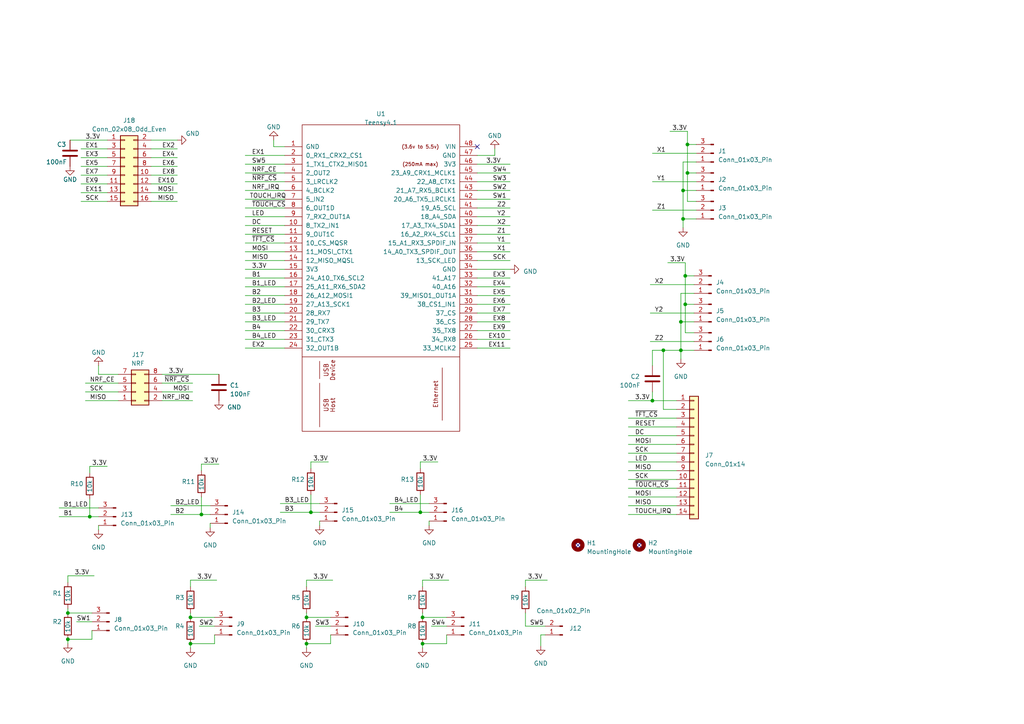
<source format=kicad_sch>
(kicad_sch (version 20221206) (generator eeschema)
  (paper "A4")
  (lib_symbols
    (symbol "Connector:Conn_01x02_Pin" (pin_names (offset 1.016) hide)
      (property "Reference" "J" (at 0 2.54 0))
      (property "Value" "Conn_01x02_Pin" (at 0 -5.08 0))
      (symbol "Conn_01x02_Pin_1_1"
        (polyline (pts (xy 1.27 -2.54) (xy 0.8636 -2.54)) (stroke (width 0.1524)))
        (polyline (pts (xy 1.27 0) (xy 0.8636 0)) (stroke (width 0.1524)))
        (rectangle (start 0.8636 -2.413) (end 0 -2.667) (stroke (width 0.1524)) (fill (type outline)))
        (rectangle (start 0.8636 0.127) (end 0 -0.127) (stroke (width 0.1524)) (fill (type outline)))
        (pin passive line (at 5.08 0 180) (length 3.81) (name "Pin_1") (number "1"))
        (pin passive line (at 5.08 -2.54 180) (length 3.81) (name "Pin_2") (number "2"))
      )
    )
    (symbol "Connector:Conn_01x03_Pin" (pin_names (offset 1.016) hide)
      (property "Reference" "J" (at 0 5.08 0))
      (property "Value" "Conn_01x03_Pin" (at 0 -5.08 0))
      (symbol "Conn_01x03_Pin_1_1"
        (polyline (pts (xy 1.27 -2.54) (xy 0.8636 -2.54)) (stroke (width 0.1524)))
        (polyline (pts (xy 1.27 0) (xy 0.8636 0)) (stroke (width 0.1524)))
        (polyline (pts (xy 1.27 2.54) (xy 0.8636 2.54)) (stroke (width 0.1524)))
        (rectangle (start 0.8636 -2.413) (end 0 -2.667) (stroke (width 0.1524)) (fill (type outline)))
        (rectangle (start 0.8636 0.127) (end 0 -0.127) (stroke (width 0.1524)) (fill (type outline)))
        (rectangle (start 0.8636 2.667) (end 0 2.413) (stroke (width 0.1524)) (fill (type outline)))
        (pin passive line (at 5.08 2.54 180) (length 3.81) (name "Pin_1") (number "1"))
        (pin passive line (at 5.08 0 180) (length 3.81) (name "Pin_2") (number "2"))
        (pin passive line (at 5.08 -2.54 180) (length 3.81) (name "Pin_3") (number "3"))
      )
    )
    (symbol "Connector_Generic:Conn_01x14" (pin_names (offset 1.016) hide)
      (property "Reference" "J" (at 0 17.78 0))
      (property "Value" "Conn_01x14" (at 0 -20.32 0))
      (symbol "Conn_01x14_1_1"
        (rectangle (start -1.27 -17.653) (end 0 -17.907) (stroke (width 0.1524)))
        (rectangle (start -1.27 -15.113) (end 0 -15.367) (stroke (width 0.1524)))
        (rectangle (start -1.27 -12.573) (end 0 -12.827) (stroke (width 0.1524)))
        (rectangle (start -1.27 -10.033) (end 0 -10.287) (stroke (width 0.1524)))
        (rectangle (start -1.27 -7.493) (end 0 -7.747) (stroke (width 0.1524)))
        (rectangle (start -1.27 -4.953) (end 0 -5.207) (stroke (width 0.1524)))
        (rectangle (start -1.27 -2.413) (end 0 -2.667) (stroke (width 0.1524)))
        (rectangle (start -1.27 0.127) (end 0 -0.127) (stroke (width 0.1524)))
        (rectangle (start -1.27 2.667) (end 0 2.413) (stroke (width 0.1524)))
        (rectangle (start -1.27 5.207) (end 0 4.953) (stroke (width 0.1524)))
        (rectangle (start -1.27 7.747) (end 0 7.493) (stroke (width 0.1524)))
        (rectangle (start -1.27 10.287) (end 0 10.033) (stroke (width 0.1524)))
        (rectangle (start -1.27 12.827) (end 0 12.573) (stroke (width 0.1524)))
        (rectangle (start -1.27 15.367) (end 0 15.113) (stroke (width 0.1524)))
        (rectangle (start -1.27 16.51) (end 1.27 -19.05) (stroke (width 0.254)) (fill (type background)))
        (pin passive line (at -5.08 15.24 0) (length 3.81) (name "Pin_1") (number "1"))
        (pin passive line (at -5.08 -7.62 0) (length 3.81) (name "Pin_10") (number "10"))
        (pin passive line (at -5.08 -10.16 0) (length 3.81) (name "Pin_11") (number "11"))
        (pin passive line (at -5.08 -12.7 0) (length 3.81) (name "Pin_12") (number "12"))
        (pin passive line (at -5.08 -15.24 0) (length 3.81) (name "Pin_13") (number "13"))
        (pin passive line (at -5.08 -17.78 0) (length 3.81) (name "Pin_14") (number "14"))
        (pin passive line (at -5.08 12.7 0) (length 3.81) (name "Pin_2") (number "2"))
        (pin passive line (at -5.08 10.16 0) (length 3.81) (name "Pin_3") (number "3"))
        (pin passive line (at -5.08 7.62 0) (length 3.81) (name "Pin_4") (number "4"))
        (pin passive line (at -5.08 5.08 0) (length 3.81) (name "Pin_5") (number "5"))
        (pin passive line (at -5.08 2.54 0) (length 3.81) (name "Pin_6") (number "6"))
        (pin passive line (at -5.08 0 0) (length 3.81) (name "Pin_7") (number "7"))
        (pin passive line (at -5.08 -2.54 0) (length 3.81) (name "Pin_8") (number "8"))
        (pin passive line (at -5.08 -5.08 0) (length 3.81) (name "Pin_9") (number "9"))
      )
    )
    (symbol "Connector_Generic:Conn_02x04_Odd_Even" (pin_names (offset 1.016) hide)
      (property "Reference" "J" (at 1.27 5.08 0))
      (property "Value" "Conn_02x04_Odd_Even" (at 1.27 -7.62 0))
      (symbol "Conn_02x04_Odd_Even_1_1"
        (rectangle (start -1.27 -4.953) (end 0 -5.207) (stroke (width 0.1524)))
        (rectangle (start -1.27 -2.413) (end 0 -2.667) (stroke (width 0.1524)))
        (rectangle (start -1.27 0.127) (end 0 -0.127) (stroke (width 0.1524)))
        (rectangle (start -1.27 2.667) (end 0 2.413) (stroke (width 0.1524)))
        (rectangle (start -1.27 3.81) (end 3.81 -6.35) (stroke (width 0.254)) (fill (type background)))
        (rectangle (start 3.81 -4.953) (end 2.54 -5.207) (stroke (width 0.1524)))
        (rectangle (start 3.81 -2.413) (end 2.54 -2.667) (stroke (width 0.1524)))
        (rectangle (start 3.81 0.127) (end 2.54 -0.127) (stroke (width 0.1524)))
        (rectangle (start 3.81 2.667) (end 2.54 2.413) (stroke (width 0.1524)))
        (pin passive line (at -5.08 2.54 0) (length 3.81) (name "Pin_1") (number "1"))
        (pin passive line (at 7.62 2.54 180) (length 3.81) (name "Pin_2") (number "2"))
        (pin passive line (at -5.08 0 0) (length 3.81) (name "Pin_3") (number "3"))
        (pin passive line (at 7.62 0 180) (length 3.81) (name "Pin_4") (number "4"))
        (pin passive line (at -5.08 -2.54 0) (length 3.81) (name "Pin_5") (number "5"))
        (pin passive line (at 7.62 -2.54 180) (length 3.81) (name "Pin_6") (number "6"))
        (pin passive line (at -5.08 -5.08 0) (length 3.81) (name "Pin_7") (number "7"))
        (pin passive line (at 7.62 -5.08 180) (length 3.81) (name "Pin_8") (number "8"))
      )
    )
    (symbol "Connector_Generic:Conn_02x08_Odd_Even" (pin_names (offset 1.016) hide)
      (property "Reference" "J" (at 1.27 10.16 0))
      (property "Value" "Conn_02x08_Odd_Even" (at 1.27 -12.7 0))
      (symbol "Conn_02x08_Odd_Even_1_1"
        (rectangle (start -1.27 -10.033) (end 0 -10.287) (stroke (width 0.1524)))
        (rectangle (start -1.27 -7.493) (end 0 -7.747) (stroke (width 0.1524)))
        (rectangle (start -1.27 -4.953) (end 0 -5.207) (stroke (width 0.1524)))
        (rectangle (start -1.27 -2.413) (end 0 -2.667) (stroke (width 0.1524)))
        (rectangle (start -1.27 0.127) (end 0 -0.127) (stroke (width 0.1524)))
        (rectangle (start -1.27 2.667) (end 0 2.413) (stroke (width 0.1524)))
        (rectangle (start -1.27 5.207) (end 0 4.953) (stroke (width 0.1524)))
        (rectangle (start -1.27 7.747) (end 0 7.493) (stroke (width 0.1524)))
        (rectangle (start -1.27 8.89) (end 3.81 -11.43) (stroke (width 0.254)) (fill (type background)))
        (rectangle (start 3.81 -10.033) (end 2.54 -10.287) (stroke (width 0.1524)))
        (rectangle (start 3.81 -7.493) (end 2.54 -7.747) (stroke (width 0.1524)))
        (rectangle (start 3.81 -4.953) (end 2.54 -5.207) (stroke (width 0.1524)))
        (rectangle (start 3.81 -2.413) (end 2.54 -2.667) (stroke (width 0.1524)))
        (rectangle (start 3.81 0.127) (end 2.54 -0.127) (stroke (width 0.1524)))
        (rectangle (start 3.81 2.667) (end 2.54 2.413) (stroke (width 0.1524)))
        (rectangle (start 3.81 5.207) (end 2.54 4.953) (stroke (width 0.1524)))
        (rectangle (start 3.81 7.747) (end 2.54 7.493) (stroke (width 0.1524)))
        (pin passive line (at -5.08 7.62 0) (length 3.81) (name "Pin_1") (number "1"))
        (pin passive line (at 7.62 -2.54 180) (length 3.81) (name "Pin_10") (number "10"))
        (pin passive line (at -5.08 -5.08 0) (length 3.81) (name "Pin_11") (number "11"))
        (pin passive line (at 7.62 -5.08 180) (length 3.81) (name "Pin_12") (number "12"))
        (pin passive line (at -5.08 -7.62 0) (length 3.81) (name "Pin_13") (number "13"))
        (pin passive line (at 7.62 -7.62 180) (length 3.81) (name "Pin_14") (number "14"))
        (pin passive line (at -5.08 -10.16 0) (length 3.81) (name "Pin_15") (number "15"))
        (pin passive line (at 7.62 -10.16 180) (length 3.81) (name "Pin_16") (number "16"))
        (pin passive line (at 7.62 7.62 180) (length 3.81) (name "Pin_2") (number "2"))
        (pin passive line (at -5.08 5.08 0) (length 3.81) (name "Pin_3") (number "3"))
        (pin passive line (at 7.62 5.08 180) (length 3.81) (name "Pin_4") (number "4"))
        (pin passive line (at -5.08 2.54 0) (length 3.81) (name "Pin_5") (number "5"))
        (pin passive line (at 7.62 2.54 180) (length 3.81) (name "Pin_6") (number "6"))
        (pin passive line (at -5.08 0 0) (length 3.81) (name "Pin_7") (number "7"))
        (pin passive line (at 7.62 0 180) (length 3.81) (name "Pin_8") (number "8"))
        (pin passive line (at -5.08 -2.54 0) (length 3.81) (name "Pin_9") (number "9"))
      )
    )
    (symbol "Device:C" (pin_numbers hide) (pin_names (offset 0.254))
      (property "Reference" "C" (at 0.635 2.54 0))
      (property "Value" "C" (at 0.635 -2.54 0))
      (symbol "C_0_1"
        (polyline (pts (xy -2.032 -0.762) (xy 2.032 -0.762)) (stroke (width 0.508)))
        (polyline (pts (xy -2.032 0.762) (xy 2.032 0.762)) (stroke (width 0.508)))
      )
      (symbol "C_1_1"
        (pin passive line (at 0 3.81 270) (length 2.794) (name "~") (number "1"))
        (pin passive line (at 0 -3.81 90) (length 2.794) (name "~") (number "2"))
      )
    )
    (symbol "Device:R" (pin_numbers hide) (pin_names (offset 0))
      (property "Reference" "R" (at 2.032 0 90))
      (property "Value" "R" (at 0 0 90))
      (symbol "R_0_1"
        (rectangle (start -1.016 -2.54) (end 1.016 2.54) (stroke (width 0.254)))
      )
      (symbol "R_1_1"
        (pin passive line (at 0 3.81 270) (length 1.27) (name "~") (number "1"))
        (pin passive line (at 0 -3.81 90) (length 1.27) (name "~") (number "2"))
      )
    )
    (symbol "Mechanical:MountingHole" (pin_names (offset 1.016))
      (property "Reference" "H" (at 0 5.08 0))
      (property "Value" "MountingHole" (at 0 3.175 0))
      (symbol "MountingHole_0_1"
        (circle (center 0 0) (radius 1.27) (stroke (width 1.27)))
      )
    )
    (symbol "Teensy41:Teensy4.1" (pin_names (offset 1.016))
      (property "Reference" "U" (at 0 64.77 0))
      (property "Value" "Teensy4.1" (at 0 62.23 0))
      (symbol "Teensy4.1_0_0"
        (polyline (pts (xy -22.86 -6.35) (xy 22.86 -6.35)))
        (polyline (pts (xy -17.78 -26.67) (xy -17.78 -13.97)))
        (polyline (pts (xy -17.78 -7.62) (xy -17.78 -12.7)))
        (polyline (pts (xy 17.78 -9.525) (xy 17.78 -24.765)))
        (text "(250mA max)" (at 11.43 49.53 0) (effects (font (size 1.016 1.016))))
        (text "(3.6v to 5.5v)" (at 11.43 54.61 0) (effects (font (size 1.016 1.016))))
        (text "Device" (at -13.97 -10.16 900) (effects (font (size 1.27 1.27))))
        (text "Ethernet" (at 15.875 -17.145 900) (effects (font (size 1.27 1.27))))
        (text "Host" (at -13.97 -20.32 900) (effects (font (size 1.27 1.27))))
        (text "USB" (at -15.875 -20.32 900) (effects (font (size 1.27 1.27))))
        (text "USB" (at -15.875 -10.16 900) (effects (font (size 1.27 1.27))))
        (pin bidirectional line (at -27.94 31.75 0) (length 5.08) (name "8_TX2_IN1") (number "10"))
        (pin bidirectional line (at -27.94 29.21 0) (length 5.08) (name "9_OUT1C") (number "11"))
        (pin bidirectional line (at -27.94 26.67 0) (length 5.08) (name "10_CS_MQSR") (number "12"))
        (pin bidirectional line (at -27.94 24.13 0) (length 5.08) (name "11_MOSI_CTX1") (number "13"))
        (pin bidirectional line (at -27.94 21.59 0) (length 5.08) (name "12_MISO_MQSL") (number "14"))
        (pin power_in line (at -27.94 19.05 0) (length 5.08) (name "3V3") (number "15"))
        (pin bidirectional line (at -27.94 16.51 0) (length 5.08) (name "24_A10_TX6_SCL2") (number "16"))
        (pin bidirectional line (at -27.94 13.97 0) (length 5.08) (name "25_A11_RX6_SDA2") (number "17"))
        (pin bidirectional line (at -27.94 11.43 0) (length 5.08) (name "26_A12_MOSI1") (number "18"))
        (pin bidirectional line (at -27.94 8.89 0) (length 5.08) (name "27_A13_SCK1") (number "19"))
        (pin bidirectional line (at -27.94 6.35 0) (length 5.08) (name "28_RX7") (number "20"))
        (pin bidirectional line (at -27.94 3.81 0) (length 5.08) (name "29_TX7") (number "21"))
        (pin bidirectional line (at -27.94 1.27 0) (length 5.08) (name "30_CRX3") (number "22"))
        (pin bidirectional line (at -27.94 -1.27 0) (length 5.08) (name "31_CTX3") (number "23"))
        (pin bidirectional line (at -27.94 -3.81 0) (length 5.08) (name "32_OUT1B") (number "24"))
        (pin bidirectional line (at 27.94 -3.81 180) (length 5.08) (name "33_MCLK2") (number "25"))
        (pin bidirectional line (at 27.94 -1.27 180) (length 5.08) (name "34_RX8") (number "26"))
        (pin bidirectional line (at 27.94 1.27 180) (length 5.08) (name "35_TX8") (number "27"))
        (pin bidirectional line (at 27.94 3.81 180) (length 5.08) (name "36_CS") (number "28"))
        (pin bidirectional line (at 27.94 6.35 180) (length 5.08) (name "37_CS") (number "29"))
        (pin bidirectional line (at 27.94 8.89 180) (length 5.08) (name "38_CS1_IN1") (number "30"))
        (pin bidirectional line (at 27.94 11.43 180) (length 5.08) (name "39_MISO1_OUT1A") (number "31"))
        (pin bidirectional line (at 27.94 13.97 180) (length 5.08) (name "40_A16") (number "32"))
        (pin bidirectional line (at 27.94 16.51 180) (length 5.08) (name "41_A17") (number "33"))
        (pin bidirectional line (at 27.94 21.59 180) (length 5.08) (name "13_SCK_LED") (number "35"))
        (pin bidirectional line (at 27.94 24.13 180) (length 5.08) (name "14_A0_TX3_SPDIF_OUT") (number "36"))
        (pin bidirectional line (at 27.94 26.67 180) (length 5.08) (name "15_A1_RX3_SPDIF_IN") (number "37"))
        (pin bidirectional line (at 27.94 29.21 180) (length 5.08) (name "16_A2_RX4_SCL1") (number "38"))
        (pin bidirectional line (at 27.94 31.75 180) (length 5.08) (name "17_A3_TX4_SDA1") (number "39"))
        (pin bidirectional line (at 27.94 34.29 180) (length 5.08) (name "18_A4_SDA") (number "40"))
        (pin bidirectional line (at 27.94 36.83 180) (length 5.08) (name "19_A5_SCL") (number "41"))
        (pin bidirectional line (at 27.94 39.37 180) (length 5.08) (name "20_A6_TX5_LRCLK1") (number "42"))
        (pin bidirectional line (at 27.94 41.91 180) (length 5.08) (name "21_A7_RX5_BCLK1") (number "43"))
        (pin bidirectional line (at 27.94 44.45 180) (length 5.08) (name "22_A8_CTX1") (number "44"))
        (pin bidirectional line (at 27.94 46.99 180) (length 5.08) (name "23_A9_CRX1_MCLK1") (number "45"))
        (pin output line (at 27.94 49.53 180) (length 5.08) (name "3V3") (number "46"))
        (pin output line (at 27.94 52.07 180) (length 5.08) (name "GND") (number "47"))
        (pin power_in line (at 27.94 54.61 180) (length 5.08) (name "VIN") (number "48"))
        (pin bidirectional line (at -27.94 44.45 0) (length 5.08) (name "3_LRCLK2") (number "5"))
        (pin bidirectional line (at -27.94 41.91 0) (length 5.08) (name "4_BCLK2") (number "6"))
        (pin bidirectional line (at -27.94 39.37 0) (length 5.08) (name "5_IN2") (number "7"))
        (pin bidirectional line (at -27.94 36.83 0) (length 5.08) (name "6_OUT1D") (number "8"))
        (pin bidirectional line (at -27.94 34.29 0) (length 5.08) (name "7_RX2_OUT1A") (number "9"))
      )
      (symbol "Teensy4.1_0_1"
        (rectangle (start -22.86 60.96) (end 22.86 -27.94))
        (rectangle (start -20.32 -1.27) (end -20.32 -1.27))
      )
      (symbol "Teensy4.1_1_1"
        (pin power_in line (at -27.94 54.61 0) (length 5.08) (name "GND") (number "1"))
        (pin bidirectional line (at -27.94 52.07 0) (length 5.08) (name "0_RX1_CRX2_CS1") (number "2"))
        (pin bidirectional line (at -27.94 49.53 0) (length 5.08) (name "1_TX1_CTX2_MISO1") (number "3"))
        (pin power_in line (at 27.94 19.05 180) (length 5.08) (name "GND") (number "34"))
        (pin bidirectional line (at -27.94 46.99 0) (length 5.08) (name "2_OUT2") (number "4"))
      )
    )
    (symbol "power:GND" (power) (pin_names (offset 0))
      (property "Value" "GND" (at 0 -3.81 0))
      (symbol "GND_0_1"
        (polyline (pts (xy 0 0) (xy 0 -1.27) (xy 1.27 -1.27) (xy 0 -2.54) (xy -1.27 -1.27) (xy 0 -1.27)))
      )
      (symbol "GND_1_1"
        (pin power_in line (at 0 0 270) (length 0) hide (name "GND") (number "1"))
      )
    )
  )
  (junction (at 121.92 148.59))
  (junction (at 197.485 101.6))
  (junction (at 198.12 63.5))
  (junction (at 189.23 116.205))
  (junction (at 55.245 179.07))
  (junction (at 192.405 101.6))
  (junction (at 58.42 149.225))
  (junction (at 198.755 88.265))
  (junction (at 199.39 41.91))
  (junction (at 55.245 186.69))
  (junction (at 122.555 186.69))
  (junction (at 88.9 179.07))
  (junction (at 19.685 185.42))
  (junction (at 199.39 50.165))
  (junction (at 198.12 55.245))
  (junction (at 90.17 148.59))
  (junction (at 26.035 149.86))
  (junction (at 88.9 186.69))
  (junction (at 19.685 177.8))
  (junction (at 122.555 179.07))
  (junction (at 197.485 93.345))
  (junction (at 198.755 80.01))
  (no_connect (at 167.64 158.115))
  (no_connect (at 138.43 42.545))
  (no_connect (at 185.42 158.115))
  (wire (pts (xy 88.9 168.275) (xy 96.52 168.275)))
  (wire (pts (xy 198.755 80.01) (xy 198.755 76.2)))
  (wire (pts (xy 182.245 128.905) (xy 196.215 128.905)))
  (wire (pts (xy 92.71 151.13) (xy 92.71 152.4)))
  (wire (pts (xy 182.245 136.525) (xy 196.215 136.525)))
  (wire (pts (xy 43.815 43.18) (xy 51.435 43.18)))
  (wire (pts (xy 197.485 93.345) (xy 197.485 101.6)))
  (wire (pts (xy 198.12 55.245) (xy 201.93 55.245)))
  (wire (pts (xy 197.485 93.345) (xy 201.295 93.345)))
  (wire (pts (xy 138.43 67.945) (xy 147.955 67.945)))
  (wire (pts (xy 199.39 41.91) (xy 201.93 41.91)))
  (wire (pts (xy 88.9 177.8) (xy 88.9 179.07)))
  (wire (pts (xy 71.12 55.245) (xy 82.55 55.245)))
  (wire (pts (xy 125.095 181.61) (xy 129.54 181.61)))
  (wire (pts (xy 55.245 186.69) (xy 55.245 187.96)))
  (wire (pts (xy 189.23 44.45) (xy 201.93 44.45)))
  (wire (pts (xy 43.815 48.26) (xy 51.435 48.26)))
  (wire (pts (xy 17.145 147.32) (xy 28.575 147.32)))
  (wire (pts (xy 24.765 111.125) (xy 34.29 111.125)))
  (wire (pts (xy 60.96 151.765) (xy 60.96 153.035)))
  (wire (pts (xy 24.765 113.665) (xy 34.29 113.665)))
  (wire (pts (xy 182.245 121.285) (xy 196.215 121.285)))
  (wire (pts (xy 23.495 53.34) (xy 31.115 53.34)))
  (wire (pts (xy 71.12 85.725) (xy 82.55 85.725)))
  (wire (pts (xy 88.9 186.69) (xy 88.9 187.96)))
  (wire (pts (xy 121.92 133.985) (xy 127 133.985)))
  (wire (pts (xy 138.43 60.325) (xy 147.955 60.325)))
  (wire (pts (xy 199.39 41.91) (xy 199.39 38.1)))
  (wire (pts (xy 23.495 50.8) (xy 31.115 50.8)))
  (wire (pts (xy 152.4 181.61) (xy 158.115 181.61)))
  (wire (pts (xy 55.245 168.275) (xy 62.865 168.275)))
  (wire (pts (xy 189.23 52.705) (xy 201.93 52.705)))
  (wire (pts (xy 192.405 118.745) (xy 192.405 101.6)))
  (wire (pts (xy 138.43 88.265) (xy 147.955 88.265)))
  (wire (pts (xy 62.23 184.15) (xy 62.23 186.69)))
  (wire (pts (xy 182.245 126.365) (xy 196.215 126.365)))
  (wire (pts (xy 198.12 63.5) (xy 201.93 63.5)))
  (wire (pts (xy 19.685 167.005) (xy 27.305 167.005)))
  (wire (pts (xy 43.815 45.72) (xy 51.435 45.72)))
  (wire (pts (xy 138.43 90.805) (xy 147.955 90.805)))
  (wire (pts (xy 201.93 58.42) (xy 199.39 58.42)))
  (wire (pts (xy 71.12 67.945) (xy 82.55 67.945)))
  (wire (pts (xy 138.43 52.705) (xy 147.955 52.705)))
  (wire (pts (xy 138.43 55.245) (xy 147.955 55.245)))
  (wire (pts (xy 17.145 149.86) (xy 26.035 149.86)))
  (wire (pts (xy 198.12 55.245) (xy 198.12 63.5)))
  (wire (pts (xy 138.43 85.725) (xy 147.955 85.725)))
  (wire (pts (xy 46.99 108.585) (xy 63.5 108.585)))
  (wire (pts (xy 81.28 146.05) (xy 92.71 146.05)))
  (wire (pts (xy 46.99 111.125) (xy 55.88 111.125)))
  (wire (pts (xy 71.12 57.785) (xy 82.55 57.785)))
  (wire (pts (xy 122.555 179.07) (xy 129.54 179.07)))
  (wire (pts (xy 71.12 73.025) (xy 82.55 73.025)))
  (wire (pts (xy 138.43 73.025) (xy 147.955 73.025)))
  (wire (pts (xy 122.555 177.8) (xy 122.555 179.07)))
  (wire (pts (xy 19.685 176.53) (xy 19.685 177.8)))
  (wire (pts (xy 113.03 146.05) (xy 124.46 146.05)))
  (wire (pts (xy 138.43 57.785) (xy 147.955 57.785)))
  (wire (pts (xy 23.495 48.26) (xy 31.115 48.26)))
  (wire (pts (xy 199.39 58.42) (xy 199.39 50.165)))
  (wire (pts (xy 23.495 45.72) (xy 31.115 45.72)))
  (wire (pts (xy 71.12 95.885) (xy 82.55 95.885)))
  (wire (pts (xy 26.035 137.16) (xy 26.035 135.255)))
  (wire (pts (xy 90.17 148.59) (xy 92.71 148.59)))
  (wire (pts (xy 46.99 116.205) (xy 55.88 116.205)))
  (wire (pts (xy 122.555 186.69) (xy 122.555 187.96)))
  (wire (pts (xy 198.12 63.5) (xy 198.12 66.04)))
  (wire (pts (xy 138.43 100.965) (xy 147.955 100.965)))
  (wire (pts (xy 55.245 170.18) (xy 55.245 168.275)))
  (wire (pts (xy 182.245 131.445) (xy 196.215 131.445)))
  (wire (pts (xy 34.29 108.585) (xy 28.575 108.585)))
  (wire (pts (xy 122.555 168.275) (xy 130.175 168.275)))
  (wire (pts (xy 71.12 60.325) (xy 82.55 60.325)))
  (wire (pts (xy 122.555 170.18) (xy 122.555 168.275)))
  (wire (pts (xy 158.115 184.15) (xy 156.845 184.15)))
  (wire (pts (xy 198.755 96.52) (xy 198.755 88.265)))
  (wire (pts (xy 138.43 75.565) (xy 147.955 75.565)))
  (wire (pts (xy 121.92 135.89) (xy 121.92 133.985)))
  (wire (pts (xy 138.43 95.885) (xy 147.955 95.885)))
  (wire (pts (xy 88.9 179.07) (xy 95.885 179.07)))
  (wire (pts (xy 81.28 148.59) (xy 90.17 148.59)))
  (wire (pts (xy 201.93 46.99) (xy 198.12 46.99)))
  (wire (pts (xy 24.765 116.205) (xy 34.29 116.205)))
  (wire (pts (xy 152.4 168.275) (xy 158.75 168.275)))
  (wire (pts (xy 121.92 148.59) (xy 124.46 148.59)))
  (wire (pts (xy 20.32 40.64) (xy 31.115 40.64)))
  (wire (pts (xy 152.4 177.8) (xy 152.4 181.61)))
  (wire (pts (xy 182.245 149.225) (xy 196.215 149.225)))
  (wire (pts (xy 49.53 146.685) (xy 60.96 146.685)))
  (wire (pts (xy 188.595 99.06) (xy 201.295 99.06)))
  (wire (pts (xy 71.12 47.625) (xy 82.55 47.625)))
  (wire (pts (xy 129.54 186.69) (xy 122.555 186.69)))
  (wire (pts (xy 57.785 181.61) (xy 62.23 181.61)))
  (wire (pts (xy 26.67 182.88) (xy 26.67 185.42)))
  (wire (pts (xy 197.485 101.6) (xy 197.485 104.14)))
  (wire (pts (xy 182.245 146.685) (xy 196.215 146.685)))
  (wire (pts (xy 198.755 80.01) (xy 201.295 80.01)))
  (wire (pts (xy 95.885 186.69) (xy 88.9 186.69)))
  (wire (pts (xy 197.485 101.6) (xy 201.295 101.6)))
  (wire (pts (xy 182.245 139.065) (xy 196.215 139.065)))
  (wire (pts (xy 192.405 101.6) (xy 197.485 101.6)))
  (wire (pts (xy 196.215 118.745) (xy 192.405 118.745)))
  (wire (pts (xy 189.23 60.96) (xy 201.93 60.96)))
  (wire (pts (xy 19.685 185.42) (xy 19.685 186.69)))
  (wire (pts (xy 71.12 75.565) (xy 82.55 75.565)))
  (wire (pts (xy 193.675 76.2) (xy 198.755 76.2)))
  (wire (pts (xy 124.46 151.13) (xy 124.46 152.4)))
  (wire (pts (xy 90.17 135.89) (xy 90.17 133.985)))
  (wire (pts (xy 198.755 88.265) (xy 198.755 80.01)))
  (wire (pts (xy 143.51 45.085) (xy 143.51 43.18)))
  (wire (pts (xy 71.12 90.805) (xy 82.55 90.805)))
  (wire (pts (xy 138.43 80.645) (xy 147.955 80.645)))
  (wire (pts (xy 189.23 101.6) (xy 192.405 101.6)))
  (wire (pts (xy 43.815 55.88) (xy 51.435 55.88)))
  (wire (pts (xy 71.12 93.345) (xy 82.55 93.345)))
  (wire (pts (xy 26.035 135.255) (xy 31.115 135.255)))
  (wire (pts (xy 23.495 55.88) (xy 31.115 55.88)))
  (wire (pts (xy 23.495 58.42) (xy 31.115 58.42)))
  (wire (pts (xy 79.375 42.545) (xy 82.55 42.545)))
  (wire (pts (xy 71.12 78.105) (xy 82.55 78.105)))
  (wire (pts (xy 88.9 170.18) (xy 88.9 168.275)))
  (wire (pts (xy 58.42 136.525) (xy 58.42 134.62)))
  (wire (pts (xy 26.035 144.78) (xy 26.035 149.86)))
  (wire (pts (xy 55.245 179.07) (xy 62.23 179.07)))
  (wire (pts (xy 58.42 149.225) (xy 60.96 149.225)))
  (wire (pts (xy 79.375 40.64) (xy 79.375 42.545)))
  (wire (pts (xy 71.12 62.865) (xy 82.55 62.865)))
  (wire (pts (xy 28.575 106.045) (xy 28.575 108.585)))
  (wire (pts (xy 90.17 133.985) (xy 95.25 133.985)))
  (wire (pts (xy 71.12 65.405) (xy 82.55 65.405)))
  (wire (pts (xy 198.755 88.265) (xy 201.295 88.265)))
  (wire (pts (xy 19.685 177.8) (xy 26.67 177.8)))
  (wire (pts (xy 121.92 143.51) (xy 121.92 148.59)))
  (wire (pts (xy 71.12 50.165) (xy 82.55 50.165)))
  (wire (pts (xy 23.495 43.18) (xy 31.115 43.18)))
  (wire (pts (xy 156.845 184.15) (xy 156.845 187.325)))
  (wire (pts (xy 189.23 106.045) (xy 189.23 101.6)))
  (wire (pts (xy 113.03 148.59) (xy 121.92 148.59)))
  (wire (pts (xy 198.12 46.99) (xy 198.12 55.245)))
  (wire (pts (xy 201.295 85.09) (xy 197.485 85.09)))
  (wire (pts (xy 49.53 149.225) (xy 58.42 149.225)))
  (wire (pts (xy 182.245 133.985) (xy 196.215 133.985)))
  (wire (pts (xy 19.685 168.91) (xy 19.685 167.005)))
  (wire (pts (xy 58.42 134.62) (xy 63.5 134.62)))
  (wire (pts (xy 138.43 65.405) (xy 147.955 65.405)))
  (wire (pts (xy 138.43 78.105) (xy 147.955 78.105)))
  (wire (pts (xy 201.295 96.52) (xy 198.755 96.52)))
  (wire (pts (xy 43.815 53.34) (xy 51.435 53.34)))
  (wire (pts (xy 138.43 70.485) (xy 147.955 70.485)))
  (wire (pts (xy 188.595 82.55) (xy 201.295 82.55)))
  (wire (pts (xy 188.595 90.805) (xy 201.295 90.805)))
  (wire (pts (xy 90.17 143.51) (xy 90.17 148.59)))
  (wire (pts (xy 71.12 52.705) (xy 82.55 52.705)))
  (wire (pts (xy 26.67 185.42) (xy 19.685 185.42)))
  (wire (pts (xy 182.245 141.605) (xy 196.215 141.605)))
  (wire (pts (xy 26.035 149.86) (xy 28.575 149.86)))
  (wire (pts (xy 199.39 50.165) (xy 199.39 41.91)))
  (wire (pts (xy 55.245 177.8) (xy 55.245 179.07)))
  (wire (pts (xy 182.245 116.205) (xy 189.23 116.205)))
  (wire (pts (xy 71.12 98.425) (xy 82.55 98.425)))
  (wire (pts (xy 46.99 113.665) (xy 55.88 113.665)))
  (wire (pts (xy 43.815 50.8) (xy 51.435 50.8)))
  (wire (pts (xy 43.815 58.42) (xy 51.435 58.42)))
  (wire (pts (xy 43.815 40.64) (xy 51.435 40.64)))
  (wire (pts (xy 138.43 45.085) (xy 143.51 45.085)))
  (wire (pts (xy 71.12 88.265) (xy 82.55 88.265)))
  (wire (pts (xy 62.23 186.69) (xy 55.245 186.69)))
  (wire (pts (xy 71.12 80.645) (xy 82.55 80.645)))
  (wire (pts (xy 71.12 45.085) (xy 82.55 45.085)))
  (wire (pts (xy 22.225 180.34) (xy 26.67 180.34)))
  (wire (pts (xy 28.575 152.4) (xy 28.575 153.67)))
  (wire (pts (xy 182.245 144.145) (xy 196.215 144.145)))
  (wire (pts (xy 138.43 98.425) (xy 147.955 98.425)))
  (wire (pts (xy 71.12 83.185) (xy 82.55 83.185)))
  (wire (pts (xy 71.12 70.485) (xy 82.55 70.485)))
  (wire (pts (xy 138.43 50.165) (xy 147.955 50.165)))
  (wire (pts (xy 189.23 113.665) (xy 189.23 116.205)))
  (wire (pts (xy 91.44 181.61) (xy 95.885 181.61)))
  (wire (pts (xy 182.245 123.825) (xy 196.215 123.825)))
  (wire (pts (xy 197.485 85.09) (xy 197.485 93.345)))
  (wire (pts (xy 129.54 184.15) (xy 129.54 186.69)))
  (wire (pts (xy 138.43 62.865) (xy 147.955 62.865)))
  (wire (pts (xy 95.885 184.15) (xy 95.885 186.69)))
  (wire (pts (xy 58.42 144.145) (xy 58.42 149.225)))
  (wire (pts (xy 199.39 50.165) (xy 201.93 50.165)))
  (wire (pts (xy 138.43 83.185) (xy 147.955 83.185)))
  (wire (pts (xy 138.43 47.625) (xy 147.955 47.625)))
  (wire (pts (xy 189.23 116.205) (xy 196.215 116.205)))
  (wire (pts (xy 71.12 100.965) (xy 82.55 100.965)))
  (wire (pts (xy 138.43 93.345) (xy 147.955 93.345)))
  (wire (pts (xy 152.4 170.18) (xy 152.4 168.275)))
  (wire (pts (xy 194.31 38.1) (xy 199.39 38.1)))
  (label "MISO" (at 26.035 116.205 0))
  (label "NRF_CE" (at 26.035 111.125 0))
  (label "3.3V" (at 194.945 38.1 0))
  (label "3.3V" (at 48.895 108.585 0))
  (label "EX10" (at 141.605 98.425 0))
  (label "EX11" (at 24.765 55.88 0))
  (label "EX4" (at 142.875 83.185 0))
  (label "SCK" (at 184.15 131.445 0))
  (label "3.3V" (at 24.765 40.64 0))
  (label "Z1" (at 190.5 60.96 0))
  (label "B2_LED" (at 73.025 88.265 0))
  (label "B4" (at 73.025 95.885 0))
  (label "EX3" (at 142.875 80.645 0))
  (label "~{TFT_CS}" (at 184.15 121.285 0))
  (label "EX3" (at 24.765 45.72 0))
  (label "MISO" (at 73.025 75.565 0))
  (label "EX6" (at 142.875 88.265 0))
  (label "~{NRF_CS}" (at 73.025 52.705 0))
  (label "3.3V" (at 73.025 78.105 0))
  (label "MISO" (at 45.72 58.42 0))
  (label "TOUCH_IRQ" (at 72.39 57.785 0))
  (label "SCK" (at 142.875 75.565 0))
  (label "EX10" (at 45.72 53.34 0))
  (label "SCK" (at 184.15 139.065 0))
  (label "EX4" (at 46.99 45.72 0))
  (label "X2" (at 189.865 82.55 0))
  (label "Y2" (at 144.145 62.865 0))
  (label "B2" (at 73.025 85.725 0))
  (label "3.3V" (at 21.59 167.005 0))
  (label "EX1" (at 73.025 45.085 0))
  (label "Y2" (at 189.865 90.805 0))
  (label "3.3V" (at 140.97 47.625 0))
  (label "3.3V" (at 90.805 168.275 0))
  (label "EX7" (at 142.875 90.805 0))
  (label "B1_LED" (at 73.025 83.185 0))
  (label "3.3V" (at 124.46 168.275 0))
  (label "RESET" (at 73.025 67.945 0))
  (label "LED" (at 184.15 133.985 0))
  (label "B3_LED" (at 73.025 93.345 0))
  (label "~{TOUCH_CS}" (at 73.025 60.325 0))
  (label "SW1" (at 142.875 57.785 0))
  (label "B4_LED" (at 73.025 98.425 0))
  (label "EX2" (at 46.99 43.18 0))
  (label "NRF_IRQ" (at 46.99 116.205 0))
  (label "SW5" (at 153.67 181.61 0))
  (label "NRF_CE" (at 73.025 50.165 0))
  (label "Y1" (at 190.5 52.705 0))
  (label "EX9" (at 24.765 53.34 0))
  (label "EX5" (at 142.875 85.725 0))
  (label "EX2" (at 73.025 100.965 0))
  (label "3.3V" (at 57.15 168.275 0))
  (label "~{TOUCH_CS}" (at 184.15 141.605 0))
  (label "B4_LED" (at 114.3 146.05 0))
  (label "B1" (at 18.415 149.86 0))
  (label "EX6" (at 46.99 48.26 0))
  (label "LED" (at 73.025 62.865 0))
  (label "3.3V" (at 59.055 134.62 0))
  (label "3.3V" (at 184.15 116.205 0))
  (label "3.3V" (at 194.31 76.2 0))
  (label "MOSI" (at 73.025 73.025 0))
  (label "EX5" (at 24.765 48.26 0))
  (label "MOSI" (at 184.15 144.145 0))
  (label "SW5" (at 73.025 47.625 0))
  (label "Z2" (at 189.865 99.06 0))
  (label "EX11" (at 141.605 100.965 0))
  (label "SW3" (at 91.44 181.61 0))
  (label "X2" (at 144.145 65.405 0))
  (label "B3" (at 73.025 90.805 0))
  (label "MISO" (at 184.15 136.525 0))
  (label "3.3V" (at 122.555 133.985 0))
  (label "EX8" (at 142.875 93.345 0))
  (label "SCK" (at 24.765 58.42 0))
  (label "DC" (at 184.15 126.365 0))
  (label "B3" (at 82.55 148.59 0))
  (label "3.3V" (at 153.035 168.275 0))
  (label "RESET" (at 184.15 123.825 0))
  (label "3.3V" (at 26.67 135.255 0))
  (label "SW4" (at 125.095 181.61 0))
  (label "X1" (at 144.145 73.025 0))
  (label "SW2" (at 57.785 181.61 0))
  (label "SW2" (at 142.875 55.245 0))
  (label "TOUCH_IRQ" (at 184.15 149.225 0))
  (label "~{NRF_CS}" (at 47.625 111.125 0))
  (label "MISO" (at 184.15 146.685 0))
  (label "B2_LED" (at 50.8 146.685 0))
  (label "B1" (at 73.025 80.645 0))
  (label "EX8" (at 46.99 50.8 0))
  (label "3.3V" (at 90.805 133.985 0))
  (label "NRF_IRQ" (at 73.025 55.245 0))
  (label "~{TFT_CS}" (at 73.025 70.485 0))
  (label "B4" (at 114.3 148.59 0))
  (label "DC" (at 73.025 65.405 0))
  (label "MOSI" (at 184.15 128.905 0))
  (label "SW1" (at 22.225 180.34 0))
  (label "EX7" (at 24.765 50.8 0))
  (label "EX9" (at 142.875 95.885 0))
  (label "X1" (at 190.5 44.45 0))
  (label "Z1" (at 144.145 67.945 0))
  (label "EX1" (at 24.765 43.18 0))
  (label "SCK" (at 26.035 113.665 0))
  (label "B1_LED" (at 18.415 147.32 0))
  (label "Z2" (at 144.145 60.325 0))
  (label "Y1" (at 144.145 70.485 0))
  (label "B3_LED" (at 82.55 146.05 0))
  (label "MOSI" (at 45.72 55.88 0))
  (label "MOSI" (at 50.165 113.665 0))
  (label "SW3" (at 142.875 52.705 0))
  (label "SW4" (at 142.875 50.165 0))
  (label "B2" (at 50.8 149.225 0))
  (symbol (lib_id "Connector:Conn_01x03_Pin") (at 66.04 149.225 180) (unit 1)
    (property "Reference" "J14" (at 67.31 148.59 0) (effects (justify right)))
    (property "Value" "Conn_01x03_Pin" (at 67.31 151.13 0) (effects (justify right)))
    (property "Footprint" "Connector_JST:JST_XH_B3B-XH-A_1x03_P2.50mm_Vertical" (effects hide))
    (property "JLC Part #" "C722693" (effects hide))
  )
  (symbol (lib_id "power:GND") (at 63.5 116.205 0) (unit 1)
    (property "Reference" "#PWR0119" (effects hide))
    (property "Value" "GND" (at 67.945 118.11 0))
  )
  (symbol (lib_id "power:GND") (at 28.575 153.67 0) (unit 1)
    (property "Reference" "#PWR011" (effects hide))
    (property "Value" "GND" (at 28.575 158.75 0))
  )
  (symbol (lib_id "Device:R") (at 90.17 139.7 0) (unit 1)
    (property "Reference" "R12" (at 84.455 139.065 0) (effects (justify left)))
    (property "Value" "10k" (at 90.17 141.605 90) (effects (justify left)))
    (property "Footprint" "Resistor_SMD:R_0402_1005Metric" (effects hide))
    (property "JLC Part #" "C25744" (effects hide))
  )
  (symbol (lib_id "power:GND") (at 88.9 187.96 0) (unit 1)
    (property "Reference" "#PWR08" (effects hide))
    (property "Value" "GND" (at 88.9 193.04 0))
  )
  (symbol (lib_id "Connector:Conn_01x03_Pin") (at 207.01 44.45 180) (unit 1)
    (property "Reference" "J1" (at 208.28 43.815 0) (effects (justify right)))
    (property "Value" "Conn_01x03_Pin" (at 208.28 46.355 0) (effects (justify right)))
    (property "Footprint" "Connector_JST:JST_XH_B3B-XH-A_1x03_P2.50mm_Vertical" (effects hide))
    (property "JLC Part #" "C722693" (effects hide))
  )
  (symbol (lib_id "Device:R") (at 88.9 173.99 0) (unit 1)
    (property "Reference" "R5" (at 84.455 173.355 0) (effects (justify left)))
    (property "Value" "10k" (at 88.9 175.895 90) (effects (justify left)))
    (property "Footprint" "Resistor_SMD:R_0402_1005Metric" (effects hide))
    (property "JLC Part #" "C25744" (effects hide))
  )
  (symbol (lib_id "power:GND") (at 79.375 40.64 180) (unit 1)
    (property "Reference" "#PWR03" (effects hide))
    (property "Value" "GND" (at 79.375 36.83 0))
  )
  (symbol (lib_id "Device:R") (at 55.245 173.99 0) (unit 1)
    (property "Reference" "R3" (at 50.8 173.355 0) (effects (justify left)))
    (property "Value" "10k" (at 55.245 175.895 90) (effects (justify left)))
    (property "Footprint" "Resistor_SMD:R_0402_1005Metric" (effects hide))
    (property "JLC Part #" "C25744" (effects hide))
  )
  (symbol (lib_id "Device:R") (at 152.4 173.99 0) (unit 1)
    (property "Reference" "R9" (at 147.955 173.355 0) (effects (justify left)))
    (property "Value" "10k" (at 152.4 175.895 90) (effects (justify left)))
    (property "Footprint" "Resistor_SMD:R_0402_1005Metric" (effects hide))
    (property "JLC Part #" "C25744" (effects hide))
  )
  (symbol (lib_id "Device:R") (at 121.92 139.7 0) (unit 1)
    (property "Reference" "R13" (at 116.205 139.065 0) (effects (justify left)))
    (property "Value" "10k" (at 121.92 141.605 90) (effects (justify left)))
    (property "Footprint" "Resistor_SMD:R_0402_1005Metric" (effects hide))
    (property "JLC Part #" "C25744" (effects hide))
  )
  (symbol (lib_id "power:GND") (at 92.71 152.4 0) (unit 1)
    (property "Reference" "#PWR013" (effects hide))
    (property "Value" "GND" (at 92.71 157.48 0))
  )
  (symbol (lib_id "Device:R") (at 122.555 182.88 0) (unit 1)
    (property "Reference" "R8" (at 118.11 181.61 0) (effects (justify left)))
    (property "Value" "10k" (at 122.555 184.785 90) (effects (justify left)))
    (property "Footprint" "Resistor_SMD:R_0402_1005Metric" (effects hide))
    (property "JLC Part #" "C25744" (effects hide))
  )
  (symbol (lib_id "Connector:Conn_01x03_Pin") (at 206.375 99.06 180) (unit 1)
    (property "Reference" "J6" (at 207.645 98.425 0) (effects (justify right)))
    (property "Value" "Conn_01x03_Pin" (at 207.645 100.965 0) (effects (justify right)))
    (property "Footprint" "Connector_JST:JST_XH_B3B-XH-A_1x03_P2.50mm_Vertical" (effects hide))
    (property "JLC Part #" "C722693" (effects hide))
  )
  (symbol (lib_id "Connector:Conn_01x03_Pin") (at 134.62 181.61 180) (unit 1)
    (property "Reference" "J11" (at 135.89 180.975 0) (effects (justify right)))
    (property "Value" "Conn_01x03_Pin" (at 135.89 183.515 0) (effects (justify right)))
    (property "Footprint" "Connector_JST:JST_XH_B3B-XH-A_1x03_P2.50mm_Vertical" (effects hide))
    (property "JLC Part #" "C722693" (effects hide))
  )
  (symbol (lib_id "Connector_Generic:Conn_02x08_Odd_Even") (at 36.195 48.26 0) (unit 1)
    (property "Reference" "J18" (at 37.465 34.925 0))
    (property "Value" "Conn_02x08_Odd_Even" (at 37.465 37.465 0))
    (property "Footprint" "Connector_PinSocket_2.54mm:PinSocket_2x08_P2.54mm_Vertical" (effects hide))
    (property "JLC Part #" "C92267" (effects hide))
  )
  (symbol (lib_id "Connector:Conn_01x03_Pin") (at 206.375 90.805 180) (unit 1)
    (property "Reference" "J5" (at 207.645 90.17 0) (effects (justify right)))
    (property "Value" "Conn_01x03_Pin" (at 207.645 92.71 0) (effects (justify right)))
    (property "Footprint" "Connector_JST:JST_XH_B3B-XH-A_1x03_P2.50mm_Vertical" (effects hide))
    (property "JLC Part #" "C722693" (effects hide))
  )
  (symbol (lib_id "Device:R") (at 55.245 182.88 0) (unit 1)
    (property "Reference" "R4" (at 50.8 181.61 0) (effects (justify left)))
    (property "Value" "10k" (at 55.245 184.785 90) (effects (justify left)))
    (property "Footprint" "Resistor_SMD:R_0402_1005Metric" (effects hide))
    (property "JLC Part #" "C25744" (effects hide))
  )
  (symbol (lib_id "Device:R") (at 26.035 140.97 0) (unit 1)
    (property "Reference" "R10" (at 20.32 140.335 0) (effects (justify left)))
    (property "Value" "10k" (at 26.035 142.875 90) (effects (justify left)))
    (property "Footprint" "Resistor_SMD:R_0402_1005Metric" (effects hide))
    (property "JLC Part #" "C25744" (effects hide))
  )
  (symbol (lib_id "Device:R") (at 58.42 140.335 0) (unit 1)
    (property "Reference" "R11" (at 52.705 139.7 0) (effects (justify left)))
    (property "Value" "10k" (at 58.42 142.24 90) (effects (justify left)))
    (property "Footprint" "Resistor_SMD:R_0402_1005Metric" (effects hide))
    (property "JLC Part #" "C25744" (effects hide))
  )
  (symbol (lib_id "Connector:Conn_01x03_Pin") (at 129.54 148.59 180) (unit 1)
    (property "Reference" "J16" (at 130.81 147.955 0) (effects (justify right)))
    (property "Value" "Conn_01x03_Pin" (at 130.81 150.495 0) (effects (justify right)))
    (property "Footprint" "Connector_JST:JST_XH_B3B-XH-A_1x03_P2.50mm_Vertical" (effects hide))
    (property "JLC Part #" "C722693" (effects hide))
  )
  (symbol (lib_id "power:GND") (at 143.51 43.18 180) (unit 1)
    (property "Reference" "#PWR04" (effects hide))
    (property "Value" "GND" (at 143.51 39.37 0))
  )
  (symbol (lib_id "Connector:Conn_01x03_Pin") (at 97.79 148.59 180) (unit 1)
    (property "Reference" "J15" (at 99.06 147.955 0) (effects (justify right)))
    (property "Value" "Conn_01x03_Pin" (at 99.06 150.495 0) (effects (justify right)))
    (property "Footprint" "Connector_JST:JST_XH_B3B-XH-A_1x03_P2.50mm_Vertical" (effects hide))
    (property "JLC Part #" "C722693" (effects hide))
  )
  (symbol (lib_id "Mechanical:MountingHole") (at 167.64 158.115 0) (unit 1)
    (property "Reference" "H1" (at 170.18 157.48 0) (effects (justify left)))
    (property "Value" "MountingHole" (at 170.18 160.02 0) (effects (justify left)))
    (property "Footprint" "MountingHole:MountingHole_3.2mm_M3" (effects hide))
  )
  (symbol (lib_id "Device:C") (at 189.23 109.855 0) (unit 1)
    (property "Reference" "C2" (at 182.88 109.22 0) (effects (justify left)))
    (property "Value" "100nF" (at 179.705 111.76 0) (effects (justify left)))
    (property "Footprint" "Capacitor_SMD:C_0603_1608Metric" (effects hide))
    (property "JLC Part #" "C14663" (effects hide))
  )
  (symbol (lib_id "Connector:Conn_01x03_Pin") (at 33.655 149.86 180) (unit 1)
    (property "Reference" "J13" (at 34.925 149.225 0) (effects (justify right)))
    (property "Value" "Conn_01x03_Pin" (at 34.925 151.765 0) (effects (justify right)))
    (property "Footprint" "Connector_JST:JST_XH_B3B-XH-A_1x03_P2.50mm_Vertical" (effects hide))
    (property "JLC Part #" "C722693" (effects hide))
  )
  (symbol (lib_id "Connector_Generic:Conn_01x14") (at 201.295 131.445 0) (unit 1)
    (property "Reference" "J7" (at 204.47 132.08 0) (effects (justify left)))
    (property "Value" "Conn_01x14" (at 204.47 134.62 0) (effects (justify left)))
    (property "Footprint" "Connector_PinHeader_2.54mm:PinHeader_1x14_P2.54mm_Vertical" (effects hide))
    (property "JLC Part #" "C2905490" (effects hide))
  )
  (symbol (lib_id "Device:C") (at 63.5 112.395 0) (unit 1)
    (property "Reference" "C1" (at 66.675 111.76 0) (effects (justify left)))
    (property "Value" "100nF" (at 66.675 114.3 0) (effects (justify left)))
    (property "Footprint" "Capacitor_SMD:C_0603_1608Metric" (effects hide))
    (property "JLC Part #" "C14663" (effects hide))
  )
  (symbol (lib_id "power:GND") (at 156.845 187.325 0) (unit 1)
    (property "Reference" "#PWR010" (effects hide))
    (property "Value" "GND" (at 156.845 192.405 0))
  )
  (symbol (lib_id "power:GND") (at 20.32 48.26 0) (unit 1)
    (property "Reference" "#PWR0121" (effects hide))
    (property "Value" "GND" (at 20.32 52.07 0))
  )
  (symbol (lib_id "power:GND") (at 19.685 186.69 0) (unit 1)
    (property "Reference" "#PWR06" (effects hide))
    (property "Value" "GND" (at 19.685 191.77 0))
  )
  (symbol (lib_id "Connector_Generic:Conn_02x04_Odd_Even") (at 39.37 113.665 0) (mirror x) (unit 1)
    (property "Reference" "J17" (at 40.005 102.87 0))
    (property "Value" "NRF" (at 40.005 105.41 0))
    (property "Footprint" "Connector_PinSocket_2.54mm:PinSocket_2x04_P2.54mm_Vertical" (effects hide))
    (property "JLC Part #" "C2834799" (effects hide))
  )
  (symbol (lib_id "Mechanical:MountingHole") (at 185.42 158.115 0) (unit 1)
    (property "Reference" "H2" (at 187.96 157.48 0) (effects (justify left)))
    (property "Value" "MountingHole" (at 187.96 160.02 0) (effects (justify left)))
    (property "Footprint" "MountingHole:MountingHole_3.2mm_M3" (effects hide))
  )
  (symbol (lib_id "Connector:Conn_01x03_Pin") (at 206.375 82.55 180) (unit 1)
    (property "Reference" "J4" (at 207.645 81.915 0) (effects (justify right)))
    (property "Value" "Conn_01x03_Pin" (at 207.645 84.455 0) (effects (justify right)))
    (property "Footprint" "Connector_JST:JST_XH_B3B-XH-A_1x03_P2.50mm_Vertical" (effects hide))
    (property "JLC Part #" "C722693" (effects hide))
  )
  (symbol (lib_id "Connector:Conn_01x03_Pin") (at 67.31 181.61 180) (unit 1)
    (property "Reference" "J9" (at 68.58 180.975 0) (effects (justify right)))
    (property "Value" "Conn_01x03_Pin" (at 68.58 183.515 0) (effects (justify right)))
    (property "Footprint" "Connector_JST:JST_XH_B3B-XH-A_1x03_P2.50mm_Vertical" (effects hide))
    (property "JLC Part #" "C722693" (effects hide))
  )
  (symbol (lib_id "Connector:Conn_01x03_Pin") (at 31.75 180.34 180) (unit 1)
    (property "Reference" "J8" (at 33.02 179.705 0) (effects (justify right)))
    (property "Value" "Conn_01x03_Pin" (at 33.02 182.245 0) (effects (justify right)))
    (property "Footprint" "Connector_JST:JST_XH_B3B-XH-A_1x03_P2.50mm_Vertical" (effects hide))
    (property "JLC Part #" "C722693" (effects hide))
  )
  (symbol (lib_id "Connector:Conn_01x03_Pin") (at 207.01 60.96 180) (unit 1)
    (property "Reference" "J3" (at 208.28 60.325 0) (effects (justify right)))
    (property "Value" "Conn_01x03_Pin" (at 208.28 62.865 0) (effects (justify right)))
    (property "Footprint" "Connector_JST:JST_XH_B3B-XH-A_1x03_P2.50mm_Vertical" (effects hide))
    (property "JLC Part #" "C722693" (effects hide))
  )
  (symbol (lib_id "Device:R") (at 19.685 172.72 0) (unit 1)
    (property "Reference" "R1" (at 15.24 172.085 0) (effects (justify left)))
    (property "Value" "10k" (at 19.685 174.625 90) (effects (justify left)))
    (property "Footprint" "Resistor_SMD:R_0402_1005Metric" (effects hide))
    (property "JLC Part #" "C25744" (effects hide))
  )
  (symbol (lib_id "power:GND") (at 147.955 78.105 90) (unit 1)
    (property "Reference" "#PWR05" (effects hide))
    (property "Value" "GND" (at 151.765 78.74 90) (effects (justify right)))
  )
  (symbol (lib_id "Device:C") (at 20.32 44.45 0) (unit 1)
    (property "Reference" "C3" (at 16.51 41.91 0) (effects (justify left)))
    (property "Value" "100nF" (at 13.335 46.99 0) (effects (justify left)))
    (property "Footprint" "Capacitor_SMD:C_0603_1608Metric" (effects hide))
    (property "JLC Part #" "C14663" (effects hide))
  )
  (symbol (lib_id "power:GND") (at 197.485 104.14 0) (unit 1)
    (property "Reference" "#PWR02" (effects hide))
    (property "Value" "GND" (at 197.485 109.22 0))
  )
  (symbol (lib_id "Device:R") (at 122.555 173.99 0) (unit 1)
    (property "Reference" "R7" (at 118.11 173.355 0) (effects (justify left)))
    (property "Value" "10k" (at 122.555 175.895 90) (effects (justify left)))
    (property "Footprint" "Resistor_SMD:R_0402_1005Metric" (effects hide))
    (property "JLC Part #" "C25744" (effects hide))
  )
  (symbol (lib_id "power:GND") (at 60.96 153.035 0) (unit 1)
    (property "Reference" "#PWR012" (effects hide))
    (property "Value" "GND" (at 60.96 158.115 0))
  )
  (symbol (lib_id "power:GND") (at 55.245 187.96 0) (unit 1)
    (property "Reference" "#PWR07" (effects hide))
    (property "Value" "GND" (at 55.245 193.04 0))
  )
  (symbol (lib_id "Device:R") (at 19.685 181.61 0) (unit 1)
    (property "Reference" "R2" (at 15.24 180.34 0) (effects (justify left)))
    (property "Value" "10k" (at 19.685 183.515 90) (effects (justify left)))
    (property "Footprint" "Resistor_SMD:R_0402_1005Metric" (effects hide))
    (property "JLC Part #" "C25744" (effects hide))
  )
  (symbol (lib_id "power:GND") (at 28.575 106.045 180) (unit 1)
    (property "Reference" "#PWR0115" (effects hide))
    (property "Value" "GND" (at 28.575 102.235 0))
  )
  (symbol (lib_id "power:GND") (at 122.555 187.96 0) (unit 1)
    (property "Reference" "#PWR09" (effects hide))
    (property "Value" "GND" (at 122.555 193.04 0))
  )
  (symbol (lib_id "Connector:Conn_01x02_Pin") (at 163.195 184.15 180) (unit 1)
    (property "Reference" "J12" (at 165.1 182.245 0) (effects (justify right)))
    (property "Value" "Conn_01x02_Pin" (at 155.575 177.165 0) (effects (justify right)))
    (property "Footprint" "Connector_JST:JST_XH_B2B-XH-A_1x02_P2.50mm_Vertical" (effects hide))
    (property "JLC Part #" "C2979476" (effects hide))
  )
  (symbol (lib_id "Teensy41:Teensy4.1") (at 110.49 97.155 0) (unit 1)
    (property "Reference" "U1" (at 110.49 33.02 0))
    (property "Value" "Teensy4.1" (at 110.49 35.56 0))
    (property "Footprint" "teensy:Teensy41-Simple" (effects hide))
  )
  (symbol (lib_id "power:GND") (at 198.12 66.04 0) (unit 1)
    (property "Reference" "#PWR01" (effects hide))
    (property "Value" "GND" (at 198.12 71.12 0))
  )
  (symbol (lib_id "Device:R") (at 88.9 182.88 0) (unit 1)
    (property "Reference" "R6" (at 84.455 181.61 0) (effects (justify left)))
    (property "Value" "10k" (at 88.9 184.785 90) (effects (justify left)))
    (property "Footprint" "Resistor_SMD:R_0402_1005Metric" (effects hide))
    (property "JLC Part #" "C25744" (effects hide))
  )
  (symbol (lib_id "power:GND") (at 51.435 40.64 90) (unit 1)
    (property "Reference" "#PWR0120" (effects hide))
    (property "Value" "GND" (at 55.88 38.735 90))
  )
  (symbol (lib_id "power:GND") (at 124.46 152.4 0) (unit 1)
    (property "Reference" "#PWR014" (effects hide))
    (property "Value" "GND" (at 124.46 157.48 0))
  )
  (symbol (lib_id "Connector:Conn_01x03_Pin") (at 207.01 52.705 180) (unit 1)
    (property "Reference" "J2" (at 208.28 52.07 0) (effects (justify right)))
    (property "Value" "Conn_01x03_Pin" (at 208.28 54.61 0) (effects (justify right)))
    (property "Footprint" "Connector_JST:JST_XH_B3B-XH-A_1x03_P2.50mm_Vertical" (effects hide))
    (property "JLC Part #" "C722693" (effects hide))
  )
  (symbol (lib_id "Connector:Conn_01x03_Pin") (at 100.965 181.61 180) (unit 1)
    (property "Reference" "J10" (at 102.235 180.975 0) (effects (justify right)))
    (property "Value" "Conn_01x03_Pin" (at 102.235 183.515 0) (effects (justify right)))
    (property "Footprint" "Connector_JST:JST_XH_B3B-XH-A_1x03_P2.50mm_Vertical" (effects hide))
    (property "JLC Part #" "C722693" (effects hide))
  )
)
</source>
